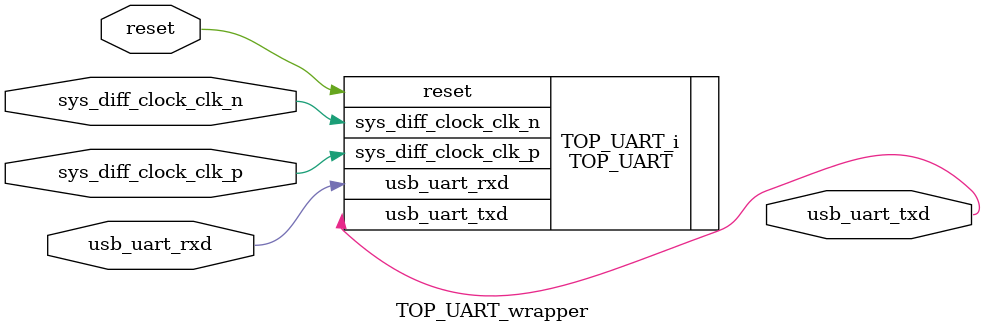
<source format=v>
`timescale 1 ps / 1 ps

module TOP_UART_wrapper
   (reset,
    sys_diff_clock_clk_n,
    sys_diff_clock_clk_p,
    usb_uart_rxd,
    usb_uart_txd);
  input reset;
  input sys_diff_clock_clk_n;
  input sys_diff_clock_clk_p;
  input usb_uart_rxd;
  output usb_uart_txd;

  wire reset;
  wire sys_diff_clock_clk_n;
  wire sys_diff_clock_clk_p;
  wire usb_uart_rxd;
  wire usb_uart_txd;

  TOP_UART TOP_UART_i
       (.reset(reset),
        .sys_diff_clock_clk_n(sys_diff_clock_clk_n),
        .sys_diff_clock_clk_p(sys_diff_clock_clk_p),
        .usb_uart_rxd(usb_uart_rxd),
        .usb_uart_txd(usb_uart_txd));
endmodule

</source>
